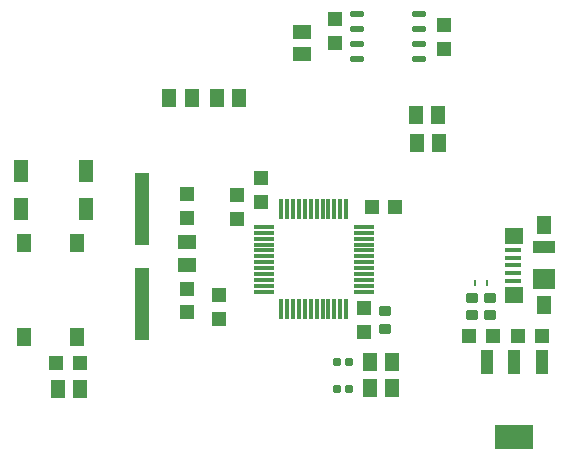
<source format=gbr>
%TF.GenerationSoftware,Altium Limited,Altium Designer,21.5.1 (32)*%
G04 Layer_Color=8421504*
%FSLAX45Y45*%
%MOMM*%
%TF.SameCoordinates,06A15EC1-A366-40CD-93CB-9F33A424241D*%
%TF.FilePolarity,Positive*%
%TF.FileFunction,Paste,Top*%
%TF.Part,Single*%
G01*
G75*
%TA.AperFunction,SMDPad,CuDef*%
%ADD10R,1.30000X1.55000*%
G04:AMPARAMS|DCode=11|XSize=0.6mm|YSize=0.7mm|CornerRadius=0.075mm|HoleSize=0mm|Usage=FLASHONLY|Rotation=0.000|XOffset=0mm|YOffset=0mm|HoleType=Round|Shape=RoundedRectangle|*
%AMROUNDEDRECTD11*
21,1,0.60000,0.55000,0,0,0.0*
21,1,0.45000,0.70000,0,0,0.0*
1,1,0.15000,0.22500,-0.27500*
1,1,0.15000,-0.22500,-0.27500*
1,1,0.15000,-0.22500,0.27500*
1,1,0.15000,0.22500,0.27500*
%
%ADD11ROUNDEDRECTD11*%
%ADD12R,1.30000X1.50000*%
%ADD13R,1.70000X0.30000*%
%ADD14R,1.27000X1.27000*%
%ADD15R,0.27247X0.47247*%
G04:AMPARAMS|DCode=16|XSize=3.25mm|YSize=2.05mm|CornerRadius=0.05125mm|HoleSize=0mm|Usage=FLASHONLY|Rotation=0.000|XOffset=0mm|YOffset=0mm|HoleType=Round|Shape=RoundedRectangle|*
%AMROUNDEDRECTD16*
21,1,3.25000,1.94750,0,0,0.0*
21,1,3.14750,2.05000,0,0,0.0*
1,1,0.10250,1.57375,-0.97375*
1,1,0.10250,-1.57375,-0.97375*
1,1,0.10250,-1.57375,0.97375*
1,1,0.10250,1.57375,0.97375*
%
%ADD16ROUNDEDRECTD16*%
G04:AMPARAMS|DCode=17|XSize=1mm|YSize=2.05mm|CornerRadius=0.05mm|HoleSize=0mm|Usage=FLASHONLY|Rotation=0.000|XOffset=0mm|YOffset=0mm|HoleType=Round|Shape=RoundedRectangle|*
%AMROUNDEDRECTD17*
21,1,1.00000,1.95000,0,0,0.0*
21,1,0.90000,2.05000,0,0,0.0*
1,1,0.10000,0.45000,-0.97500*
1,1,0.10000,-0.45000,-0.97500*
1,1,0.10000,-0.45000,0.97500*
1,1,0.10000,0.45000,0.97500*
%
%ADD17ROUNDEDRECTD17*%
%ADD18R,1.30000X1.90000*%
%ADD19R,0.30000X1.70000*%
%ADD20O,1.25000X0.55000*%
%ADD21R,1.20000X6.09600*%
%ADD22R,1.50000X1.30000*%
%ADD23R,1.27000X1.27000*%
%ADD24R,1.30000X1.65000*%
%ADD25R,1.90000X1.80000*%
%ADD26R,1.90000X1.00000*%
%ADD27R,1.55000X1.42500*%
%ADD28R,1.38000X0.45000*%
G04:AMPARAMS|DCode=29|XSize=0.8mm|YSize=1mm|CornerRadius=0.1mm|HoleSize=0mm|Usage=FLASHONLY|Rotation=90.000|XOffset=0mm|YOffset=0mm|HoleType=Round|Shape=RoundedRectangle|*
%AMROUNDEDRECTD29*
21,1,0.80000,0.80000,0,0,90.0*
21,1,0.60000,1.00000,0,0,90.0*
1,1,0.20000,0.40000,0.30000*
1,1,0.20000,0.40000,-0.30000*
1,1,0.20000,-0.40000,-0.30000*
1,1,0.20000,-0.40000,0.30000*
%
%ADD29ROUNDEDRECTD29*%
D10*
X2993600Y4004300D02*
D03*
Y3209300D02*
D03*
X2543600Y4004300D02*
D03*
Y3209300D02*
D03*
D11*
X5300000Y3000000D02*
D03*
X5200000D02*
D03*
Y2770000D02*
D03*
X5300000D02*
D03*
D12*
X4368300Y5232400D02*
D03*
X4178300D02*
D03*
X3778508Y5232408D02*
D03*
X3968508D02*
D03*
X3022600Y2768600D02*
D03*
X6054992Y5089992D02*
D03*
X5864992D02*
D03*
X5475000Y2775000D02*
D03*
X5665000D02*
D03*
X5475000Y3000000D02*
D03*
X5665000D02*
D03*
X6064992Y4849992D02*
D03*
X5874992D02*
D03*
X2832600Y2768600D02*
D03*
D13*
X4576201Y3840000D02*
D03*
X5423801Y4140000D02*
D03*
Y4090000D02*
D03*
Y4040000D02*
D03*
Y3990000D02*
D03*
Y3940000D02*
D03*
Y3890000D02*
D03*
Y3840000D02*
D03*
Y3790000D02*
D03*
Y3740000D02*
D03*
Y3690000D02*
D03*
Y3640000D02*
D03*
Y3590000D02*
D03*
X4576201D02*
D03*
Y3640000D02*
D03*
Y3690000D02*
D03*
Y3740000D02*
D03*
Y3790000D02*
D03*
Y3890000D02*
D03*
Y3940000D02*
D03*
Y3990000D02*
D03*
Y4040000D02*
D03*
Y4090000D02*
D03*
Y4140000D02*
D03*
D14*
X3021008Y2984508D02*
D03*
X2821008D02*
D03*
X5690000Y4310000D02*
D03*
X5490000D02*
D03*
X6929992Y3214992D02*
D03*
X6729993D02*
D03*
X6514992D02*
D03*
X6314992D02*
D03*
D15*
X6365001Y3665000D02*
D03*
X6465001D02*
D03*
D16*
X6700000Y2357500D02*
D03*
D17*
X6470000Y2992500D02*
D03*
X6700000D02*
D03*
X6930000D02*
D03*
D18*
X3074080Y4290080D02*
D03*
X2524080D02*
D03*
Y4610080D02*
D03*
X3074080D02*
D03*
D19*
X4725001Y4288800D02*
D03*
X4775001D02*
D03*
X4825001D02*
D03*
X4875001D02*
D03*
X4925001D02*
D03*
X4975001D02*
D03*
X5025001D02*
D03*
X5075001D02*
D03*
X5125001D02*
D03*
X5175001D02*
D03*
X5225001D02*
D03*
X5275001D02*
D03*
Y3441200D02*
D03*
X5225001D02*
D03*
X5175001D02*
D03*
X5125001D02*
D03*
X5075001D02*
D03*
X5025001D02*
D03*
X4975001D02*
D03*
X4925001D02*
D03*
X4875001D02*
D03*
X4825001D02*
D03*
X4775001D02*
D03*
X4725001D02*
D03*
D20*
X5367500Y5940500D02*
D03*
Y5813500D02*
D03*
Y5686500D02*
D03*
Y5559500D02*
D03*
X5892500Y5940500D02*
D03*
Y5813500D02*
D03*
Y5686500D02*
D03*
Y5559500D02*
D03*
D21*
X3550002Y4290000D02*
D03*
Y3490000D02*
D03*
D22*
X3924994Y3820008D02*
D03*
Y4010008D02*
D03*
X4899984Y5600016D02*
D03*
Y5790016D02*
D03*
D23*
X3925002Y4415000D02*
D03*
Y4215000D02*
D03*
Y3415000D02*
D03*
Y3615000D02*
D03*
X4555001Y4550000D02*
D03*
Y4350000D02*
D03*
X4200000Y3559999D02*
D03*
Y3360000D02*
D03*
X5424992Y3250008D02*
D03*
Y3450008D02*
D03*
X4355001Y4410000D02*
D03*
Y4210000D02*
D03*
X5180000Y5700001D02*
D03*
Y5900000D02*
D03*
X6100000Y5650000D02*
D03*
Y5850000D02*
D03*
D24*
X6950001Y3477500D02*
D03*
Y4152500D02*
D03*
D25*
Y3700000D02*
D03*
D26*
Y3970000D02*
D03*
D27*
X6692501Y3566250D02*
D03*
Y4063750D02*
D03*
D28*
X6684001Y3685000D02*
D03*
Y3750000D02*
D03*
Y3815000D02*
D03*
Y3880000D02*
D03*
Y3945000D02*
D03*
D29*
X5600000Y3275000D02*
D03*
Y3425000D02*
D03*
X6340001Y3540000D02*
D03*
X6490000D02*
D03*
X6340001Y3390000D02*
D03*
X6490000D02*
D03*
%TF.MD5,ef49fc8d8fe157e3e907c447a238bf42*%
M02*

</source>
